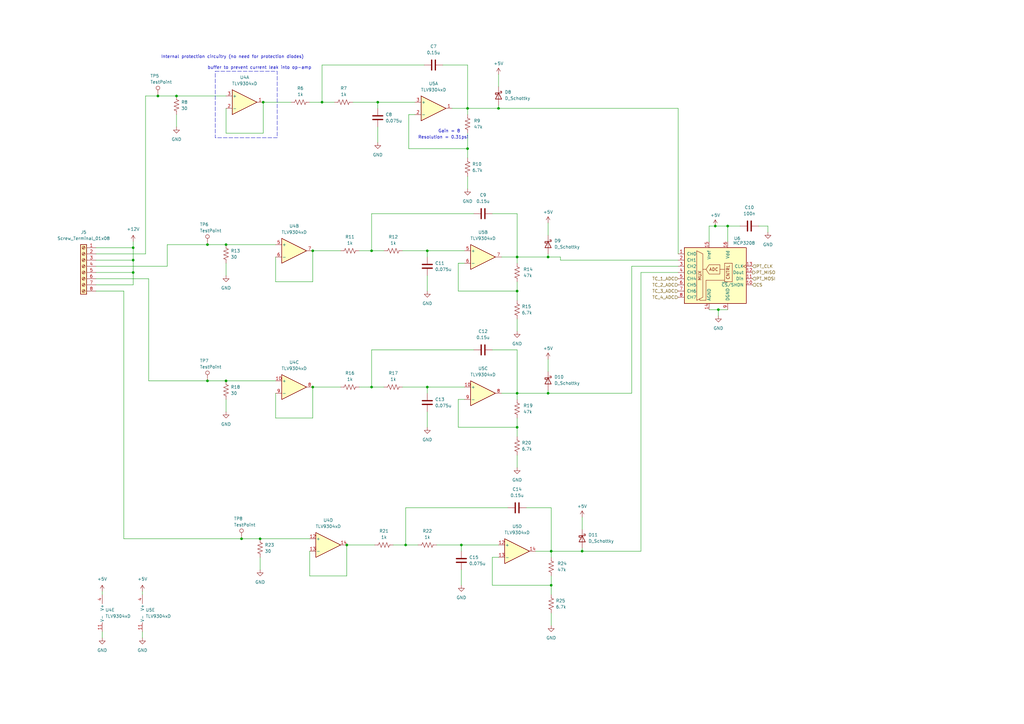
<source format=kicad_sch>
(kicad_sch (version 20231120) (generator "eeschema") (generator_version "8.0")
  (paper "A3")
  (lib_symbols
    (symbol "Amplifier_Operational:TLV9304xD" (pin_names (offset 0.127))
      (property "Reference" "U" (at 0 5.08 0))
      (property "Value" "TLV9304xD" (at 0 -5.08 0))
      (symbol "TLV9304xD_1_1"
        (polyline (pts (xy -5.08 5.08) (xy 5.08 0) (xy -5.08 -5.08) (xy -5.08 5.08)) (stroke (width 0.254)) (fill (type background)))
        (pin output line (at 7.62 0 180) (length 2.54) (name "~") (number "1"))
        (pin input line (at -7.62 -2.54 0) (length 2.54) (name "-") (number "2"))
        (pin input line (at -7.62 2.54 0) (length 2.54) (name "+") (number "3"))
      )
      (symbol "TLV9304xD_2_1"
        (polyline (pts (xy -5.08 5.08) (xy 5.08 0) (xy -5.08 -5.08) (xy -5.08 5.08)) (stroke (width 0.254)) (fill (type background)))
        (pin input line (at -7.62 2.54 0) (length 2.54) (name "+") (number "5"))
        (pin input line (at -7.62 -2.54 0) (length 2.54) (name "-") (number "6"))
        (pin output line (at 7.62 0 180) (length 2.54) (name "~") (number "7"))
      )
      (symbol "TLV9304xD_3_1"
        (polyline (pts (xy -5.08 5.08) (xy 5.08 0) (xy -5.08 -5.08) (xy -5.08 5.08)) (stroke (width 0.254)) (fill (type background)))
        (pin input line (at -7.62 2.54 0) (length 2.54) (name "+") (number "10"))
        (pin output line (at 7.62 0 180) (length 2.54) (name "~") (number "8"))
        (pin input line (at -7.62 -2.54 0) (length 2.54) (name "-") (number "9"))
      )
      (symbol "TLV9304xD_4_1"
        (polyline (pts (xy -5.08 5.08) (xy 5.08 0) (xy -5.08 -5.08) (xy -5.08 5.08)) (stroke (width 0.254)) (fill (type background)))
        (pin input line (at -7.62 2.54 0) (length 2.54) (name "+") (number "12"))
        (pin input line (at -7.62 -2.54 0) (length 2.54) (name "-") (number "13"))
        (pin output line (at 7.62 0 180) (length 2.54) (name "~") (number "14"))
      )
      (symbol "TLV9304xD_5_1"
        (pin power_in line (at -2.54 -7.62 90) (length 3.81) (name "V-") (number "11"))
        (pin power_in line (at -2.54 7.62 270) (length 3.81) (name "V+") (number "4"))
      )
    )
    (symbol "Analog_ADC:MCP3208" (pin_names (offset 1.016))
      (property "Reference" "U" (at -5.08 13.335 0))
      (property "Value" "MCP3208" (at -5.08 11.43 0))
      (symbol "MCP3208_0_0"
        (text "ADC" (at -0.635 1.27 0) (effects (font (size 1.27 1.27))))
        (text "CNTRL" (at 5.969 -2.921 900) (effects (font (size 1.27 1.27)) (justify left bottom)))
        (text "MUX" (at -6.35 -1.27 900) (effects (font (size 1.27 1.27))))
      )
      (symbol "MCP3208_0_1"
        (polyline (pts (xy -3.81 1.27) (xy -5.08 1.27)))
        (polyline (pts (xy 1.905 1.27) (xy 3.81 1.27)))
        (polyline (pts (xy -7.62 8.89) (xy -7.62 -11.43) (xy -5.08 -10.16) (xy -5.08 7.62) (xy -7.62 8.89)))
        (polyline (pts (xy 3.81 -3.175) (xy -3.81 -3.175) (xy -3.81 -11.43) (xy -6.35 -11.43) (xy -6.35 -10.795)))
        (polyline (pts (xy 1.905 3.175) (xy 1.905 -0.635) (xy -2.54 -0.635) (xy -3.81 1.27) (xy -2.54 3.175) (xy 1.905 3.175)))
        (rectangle (start 3.81 -3.81) (end 6.985 3.81))
        (rectangle (start 12.7 -12.7) (end -12.7 10.16) (stroke (width 0.254)) (fill (type background)))
      )
      (symbol "MCP3208_1_1"
        (pin input line (at -15.24 7.62 0) (length 2.54) (name "CH0") (number "1"))
        (pin input line (at 15.24 -5.08 180) (length 2.54) (name "~{CS}/SHDN") (number "10"))
        (pin input line (at 15.24 -2.54 180) (length 2.54) (name "Din") (number "11"))
        (pin output line (at 15.24 0 180) (length 2.54) (name "Dout") (number "12"))
        (pin input clock (at 15.24 2.54 180) (length 2.54) (name "CLK") (number "13"))
        (pin power_in line (at -2.54 -15.24 90) (length 2.54) (name "AGND") (number "14"))
        (pin power_in line (at -2.54 12.7 270) (length 2.54) (name "Vref") (number "15"))
        (pin power_in line (at 5.08 12.7 270) (length 2.54) (name "Vdd") (number "16"))
        (pin input line (at -15.24 5.08 0) (length 2.54) (name "CH1") (number "2"))
        (pin input line (at -15.24 2.54 0) (length 2.54) (name "CH2") (number "3"))
        (pin input line (at -15.24 0 0) (length 2.54) (name "CH3") (number "4"))
        (pin input line (at -15.24 -2.54 0) (length 2.54) (name "CH4") (number "5"))
        (pin input line (at -15.24 -5.08 0) (length 2.54) (name "CH5") (number "6"))
        (pin input line (at -15.24 -7.62 0) (length 2.54) (name "CH6") (number "7"))
        (pin input line (at -15.24 -10.16 0) (length 2.54) (name "CH7") (number "8"))
        (pin power_in line (at 5.08 -15.24 90) (length 2.54) (name "DGND") (number "9"))
      )
    )
    (symbol "Connector:Screw_Terminal_01x08" (pin_names (offset 1.016) hide)
      (property "Reference" "J" (at 0 10.16 0))
      (property "Value" "Screw_Terminal_01x08" (at 0 -12.7 0))
      (symbol "Screw_Terminal_01x08_1_1"
        (rectangle (start -1.27 8.89) (end 1.27 -11.43) (stroke (width 0.254)) (fill (type background)))
        (circle (center 0 -10.16) (radius 0.635) (stroke (width 0.1524)))
        (circle (center 0 -7.62) (radius 0.635) (stroke (width 0.1524)))
        (circle (center 0 -5.08) (radius 0.635) (stroke (width 0.1524)))
        (circle (center 0 -2.54) (radius 0.635) (stroke (width 0.1524)))
        (polyline (pts (xy -0.5334 -9.8298) (xy 0.3302 -10.668)) (stroke (width 0.1524)))
        (polyline (pts (xy -0.5334 -7.2898) (xy 0.3302 -8.128)) (stroke (width 0.1524)))
        (polyline (pts (xy -0.5334 -4.7498) (xy 0.3302 -5.588)) (stroke (width 0.1524)))
        (polyline (pts (xy -0.5334 -2.2098) (xy 0.3302 -3.048)) (stroke (width 0.1524)))
        (polyline (pts (xy -0.5334 0.3302) (xy 0.3302 -0.508)) (stroke (width 0.1524)))
        (polyline (pts (xy -0.5334 2.8702) (xy 0.3302 2.032)) (stroke (width 0.1524)))
        (polyline (pts (xy -0.5334 5.4102) (xy 0.3302 4.572)) (stroke (width 0.1524)))
        (polyline (pts (xy -0.5334 7.9502) (xy 0.3302 7.112)) (stroke (width 0.1524)))
        (polyline (pts (xy -0.3556 -9.652) (xy 0.508 -10.4902)) (stroke (width 0.1524)))
        (polyline (pts (xy -0.3556 -7.112) (xy 0.508 -7.9502)) (stroke (width 0.1524)))
        (polyline (pts (xy -0.3556 -4.572) (xy 0.508 -5.4102)) (stroke (width 0.1524)))
        (polyline (pts (xy -0.3556 -2.032) (xy 0.508 -2.8702)) (stroke (width 0.1524)))
        (polyline (pts (xy -0.3556 0.508) (xy 0.508 -0.3302)) (stroke (width 0.1524)))
        (polyline (pts (xy -0.3556 3.048) (xy 0.508 2.2098)) (stroke (width 0.1524)))
        (polyline (pts (xy -0.3556 5.588) (xy 0.508 4.7498)) (stroke (width 0.1524)))
        (polyline (pts (xy -0.3556 8.128) (xy 0.508 7.2898)) (stroke (width 0.1524)))
        (circle (center 0 0) (radius 0.635) (stroke (width 0.1524)))
        (circle (center 0 2.54) (radius 0.635) (stroke (width 0.1524)))
        (circle (center 0 5.08) (radius 0.635) (stroke (width 0.1524)))
        (circle (center 0 7.62) (radius 0.635) (stroke (width 0.1524)))
        (pin passive line (at -5.08 7.62 0) (length 3.81) (name "Pin_1") (number "1"))
        (pin passive line (at -5.08 5.08 0) (length 3.81) (name "Pin_2") (number "2"))
        (pin passive line (at -5.08 2.54 0) (length 3.81) (name "Pin_3") (number "3"))
        (pin passive line (at -5.08 0 0) (length 3.81) (name "Pin_4") (number "4"))
        (pin passive line (at -5.08 -2.54 0) (length 3.81) (name "Pin_5") (number "5"))
        (pin passive line (at -5.08 -5.08 0) (length 3.81) (name "Pin_6") (number "6"))
        (pin passive line (at -5.08 -7.62 0) (length 3.81) (name "Pin_7") (number "7"))
        (pin passive line (at -5.08 -10.16 0) (length 3.81) (name "Pin_8") (number "8"))
      )
    )
    (symbol "Connector:TestPoint" (pin_numbers hide) (pin_names (offset 0.762) hide)
      (property "Reference" "TP" (at 0 6.858 0))
      (property "Value" "TestPoint" (at 0 5.08 0))
      (symbol "TestPoint_0_1"
        (circle (center 0 3.302) (radius 0.762))
      )
      (symbol "TestPoint_1_1"
        (pin passive line (at 0 0 90) (length 2.54) (name "1") (number "1"))
      )
    )
    (symbol "Device:C" (pin_numbers hide) (pin_names (offset 0.254))
      (property "Reference" "C" (at 0.635 2.54 0))
      (property "Value" "C" (at 0.635 -2.54 0))
      (symbol "C_0_1"
        (polyline (pts (xy -2.032 -0.762) (xy 2.032 -0.762)) (stroke (width 0.508)))
        (polyline (pts (xy -2.032 0.762) (xy 2.032 0.762)) (stroke (width 0.508)))
      )
      (symbol "C_1_1"
        (pin passive line (at 0 3.81 270) (length 2.794) (name "~") (number "1"))
        (pin passive line (at 0 -3.81 90) (length 2.794) (name "~") (number "2"))
      )
    )
    (symbol "Device:D_Schottky" (pin_numbers hide) (pin_names (offset 1.016) hide)
      (property "Reference" "D" (at 0 2.54 0))
      (property "Value" "D_Schottky" (at 0 -2.54 0))
      (symbol "D_Schottky_0_1"
        (polyline (pts (xy 1.27 0) (xy -1.27 0)))
        (polyline (pts (xy 1.27 1.27) (xy 1.27 -1.27) (xy -1.27 0) (xy 1.27 1.27)) (stroke (width 0.254)))
        (polyline (pts (xy -1.905 0.635) (xy -1.905 1.27) (xy -1.27 1.27) (xy -1.27 -1.27) (xy -0.635 -1.27) (xy -0.635 -0.635)) (stroke (width 0.254)))
      )
      (symbol "D_Schottky_1_1"
        (pin passive line (at -3.81 0 0) (length 2.54) (name "K") (number "1"))
        (pin passive line (at 3.81 0 180) (length 2.54) (name "A") (number "2"))
      )
    )
    (symbol "Device:R_US" (pin_numbers hide) (pin_names (offset 0))
      (property "Reference" "R" (at 2.54 0 90))
      (property "Value" "R_US" (at -2.54 0 90))
      (symbol "R_US_0_1"
        (polyline (pts (xy 0 -2.286) (xy 0 -2.54)))
        (polyline (pts (xy 0 2.286) (xy 0 2.54)))
        (polyline (pts (xy 0 -0.762) (xy 1.016 -1.143) (xy 0 -1.524) (xy -1.016 -1.905) (xy 0 -2.286)))
        (polyline (pts (xy 0 0.762) (xy 1.016 0.381) (xy 0 0) (xy -1.016 -0.381) (xy 0 -0.762)))
        (polyline (pts (xy 0 2.286) (xy 1.016 1.905) (xy 0 1.524) (xy -1.016 1.143) (xy 0 0.762)))
      )
      (symbol "R_US_1_1"
        (pin passive line (at 0 3.81 270) (length 1.27) (name "~") (number "1"))
        (pin passive line (at 0 -3.81 90) (length 1.27) (name "~") (number "2"))
      )
    )
    (symbol "power:+12V" (power) (pin_names (offset 0))
      (property "Value" "+12V" (at 0 3.556 0))
      (symbol "+12V_0_1"
        (polyline (pts (xy -0.762 1.27) (xy 0 2.54)))
        (polyline (pts (xy 0 0) (xy 0 2.54)))
        (polyline (pts (xy 0 2.54) (xy 0.762 1.27)))
      )
      (symbol "+12V_1_1"
        (pin power_in line (at 0 0 90) (length 0) hide (name "+12V") (number "1"))
      )
    )
    (symbol "power:+5V" (power) (pin_names (offset 0))
      (property "Value" "+5V" (at 0 3.556 0))
      (symbol "+5V_0_1"
        (polyline (pts (xy -0.762 1.27) (xy 0 2.54)))
        (polyline (pts (xy 0 0) (xy 0 2.54)))
        (polyline (pts (xy 0 2.54) (xy 0.762 1.27)))
      )
      (symbol "+5V_1_1"
        (pin power_in line (at 0 0 90) (length 0) hide (name "+5V") (number "1"))
      )
    )
    (symbol "power:GND" (power) (pin_names (offset 0))
      (property "Value" "GND" (at 0 -3.81 0))
      (symbol "GND_0_1"
        (polyline (pts (xy 0 0) (xy 0 -1.27) (xy 1.27 -1.27) (xy 0 -2.54) (xy -1.27 -1.27) (xy 0 -1.27)))
      )
      (symbol "GND_1_1"
        (pin power_in line (at 0 0 270) (length 0) hide (name "GND") (number "1"))
      )
    )
  )
  (junction (at 92.71 100.33))
  (junction (at 107.95 41.91))
  (junction (at 54.61 106.68))
  (junction (at 224.79 105.41))
  (junction (at 128.27 158.75))
  (junction (at 238.76 226.06))
  (junction (at 175.26 102.87))
  (junction (at 106.68 220.98))
  (junction (at 72.39 39.37))
  (junction (at 175.26 158.75))
  (junction (at 212.09 175.26))
  (junction (at 298.45 92.71))
  (junction (at 64.77 39.37))
  (junction (at 226.06 226.06))
  (junction (at 166.37 223.52))
  (junction (at 54.61 101.6))
  (junction (at 154.94 41.91))
  (junction (at 99.06 220.98))
  (junction (at 54.61 111.76))
  (junction (at 294.64 127))
  (junction (at 204.47 44.45))
  (junction (at 212.09 105.41))
  (junction (at 191.77 44.45))
  (junction (at 92.71 156.21))
  (junction (at 293.37 92.71))
  (junction (at 189.23 223.52))
  (junction (at 85.09 156.21))
  (junction (at 212.09 161.29))
  (junction (at 212.09 119.38))
  (junction (at 128.27 102.87))
  (junction (at 224.79 161.29))
  (junction (at 132.08 41.91))
  (junction (at 226.06 240.03))
  (junction (at 152.4 158.75))
  (junction (at 191.77 60.96))
  (junction (at 142.24 223.52))
  (junction (at 152.4 102.87))
  (junction (at 85.09 100.33))
  (wire (pts (xy 85.09 100.33) (xy 92.71 100.33)))
  (wire (pts (xy 39.37 119.38) (xy 50.8 119.38)))
  (wire (pts (xy 191.77 26.67) (xy 191.77 44.45)))
  (wire (pts (xy 229.87 106.68) (xy 229.87 105.41)))
  (wire (pts (xy 132.08 41.91) (xy 137.16 41.91)))
  (wire (pts (xy 166.37 223.52) (xy 171.45 223.52)))
  (wire (pts (xy 204.47 44.45) (xy 278.13 44.45)))
  (wire (pts (xy 191.77 44.45) (xy 204.47 44.45)))
  (wire (pts (xy 113.03 161.29) (xy 113.03 171.45)))
  (wire (pts (xy 175.26 113.03) (xy 175.26 119.38)))
  (wire (pts (xy 60.96 114.3) (xy 60.96 156.21)))
  (wire (pts (xy 212.09 143.51) (xy 212.09 161.29)))
  (wire (pts (xy 152.4 158.75) (xy 157.48 158.75)))
  (wire (pts (xy 107.95 41.91) (xy 119.38 41.91)))
  (wire (pts (xy 113.03 105.41) (xy 113.03 115.57)))
  (wire (pts (xy 152.4 87.63) (xy 152.4 102.87)))
  (wire (pts (xy 179.07 223.52) (xy 189.23 223.52)))
  (wire (pts (xy 259.08 161.29) (xy 259.08 109.22)))
  (wire (pts (xy 212.09 171.45) (xy 212.09 175.26)))
  (wire (pts (xy 175.26 158.75) (xy 190.5 158.75)))
  (wire (pts (xy 314.96 95.25) (xy 314.96 92.71)))
  (wire (pts (xy 92.71 39.37) (xy 72.39 39.37)))
  (wire (pts (xy 39.37 111.76) (xy 54.61 111.76)))
  (wire (pts (xy 154.94 41.91) (xy 170.18 41.91)))
  (wire (pts (xy 181.61 26.67) (xy 191.77 26.67)))
  (wire (pts (xy 175.26 158.75) (xy 175.26 161.29)))
  (wire (pts (xy 194.31 143.51) (xy 152.4 143.51)))
  (wire (pts (xy 189.23 233.68) (xy 189.23 240.03)))
  (wire (pts (xy 212.09 186.69) (xy 212.09 191.77)))
  (wire (pts (xy 166.37 208.28) (xy 166.37 223.52)))
  (wire (pts (xy 224.79 147.32) (xy 224.79 152.4)))
  (wire (pts (xy 58.42 259.08) (xy 58.42 261.62)))
  (wire (pts (xy 50.8 119.38) (xy 50.8 220.98)))
  (wire (pts (xy 113.03 171.45) (xy 128.27 171.45)))
  (wire (pts (xy 314.96 92.71) (xy 311.15 92.71)))
  (wire (pts (xy 127 220.98) (xy 106.68 220.98)))
  (wire (pts (xy 167.64 46.99) (xy 170.18 46.99)))
  (wire (pts (xy 238.76 212.09) (xy 238.76 217.17)))
  (wire (pts (xy 212.09 87.63) (xy 212.09 105.41)))
  (wire (pts (xy 212.09 105.41) (xy 224.79 105.41)))
  (wire (pts (xy 127 41.91) (xy 132.08 41.91)))
  (wire (pts (xy 215.9 208.28) (xy 226.06 208.28)))
  (wire (pts (xy 41.91 259.08) (xy 41.91 261.62)))
  (wire (pts (xy 262.89 226.06) (xy 262.89 111.76)))
  (wire (pts (xy 54.61 101.6) (xy 54.61 106.68)))
  (wire (pts (xy 128.27 171.45) (xy 128.27 158.75)))
  (wire (pts (xy 278.13 44.45) (xy 278.13 104.14)))
  (wire (pts (xy 154.94 41.91) (xy 154.94 44.45)))
  (wire (pts (xy 54.61 111.76) (xy 54.61 116.84)))
  (wire (pts (xy 161.29 223.52) (xy 166.37 223.52)))
  (wire (pts (xy 201.93 143.51) (xy 212.09 143.51)))
  (wire (pts (xy 224.79 91.44) (xy 224.79 96.52)))
  (wire (pts (xy 226.06 240.03) (xy 201.93 240.03)))
  (wire (pts (xy 201.93 240.03) (xy 201.93 228.6)))
  (wire (pts (xy 127 236.22) (xy 142.24 236.22)))
  (wire (pts (xy 152.4 102.87) (xy 157.48 102.87)))
  (wire (pts (xy 290.83 127) (xy 294.64 127)))
  (wire (pts (xy 201.93 87.63) (xy 212.09 87.63)))
  (wire (pts (xy 238.76 226.06) (xy 262.89 226.06)))
  (wire (pts (xy 259.08 109.22) (xy 278.13 109.22)))
  (wire (pts (xy 205.74 161.29) (xy 212.09 161.29)))
  (wire (pts (xy 113.03 156.21) (xy 92.71 156.21)))
  (wire (pts (xy 191.77 54.61) (xy 191.77 60.96)))
  (wire (pts (xy 54.61 116.84) (xy 39.37 116.84)))
  (wire (pts (xy 144.78 41.91) (xy 154.94 41.91)))
  (wire (pts (xy 224.79 161.29) (xy 224.79 160.02)))
  (wire (pts (xy 238.76 226.06) (xy 238.76 224.79)))
  (wire (pts (xy 127 226.06) (xy 127 236.22)))
  (wire (pts (xy 59.69 39.37) (xy 59.69 104.14)))
  (wire (pts (xy 219.71 226.06) (xy 226.06 226.06)))
  (wire (pts (xy 189.23 223.52) (xy 204.47 223.52)))
  (wire (pts (xy 191.77 72.39) (xy 191.77 77.47)))
  (wire (pts (xy 165.1 158.75) (xy 175.26 158.75)))
  (wire (pts (xy 132.08 26.67) (xy 132.08 41.91)))
  (wire (pts (xy 294.64 127) (xy 294.64 129.54)))
  (wire (pts (xy 226.06 236.22) (xy 226.06 240.03)))
  (wire (pts (xy 54.61 99.06) (xy 54.61 101.6)))
  (wire (pts (xy 175.26 102.87) (xy 175.26 105.41)))
  (wire (pts (xy 212.09 175.26) (xy 212.09 179.07)))
  (wire (pts (xy 187.96 119.38) (xy 187.96 107.95)))
  (wire (pts (xy 128.27 102.87) (xy 139.7 102.87)))
  (wire (pts (xy 191.77 44.45) (xy 191.77 46.99)))
  (wire (pts (xy 226.06 226.06) (xy 226.06 228.6)))
  (wire (pts (xy 294.64 127) (xy 298.45 127)))
  (wire (pts (xy 147.32 158.75) (xy 152.4 158.75)))
  (wire (pts (xy 187.96 175.26) (xy 187.96 163.83)))
  (wire (pts (xy 191.77 60.96) (xy 191.77 64.77)))
  (wire (pts (xy 201.93 228.6) (xy 204.47 228.6)))
  (wire (pts (xy 212.09 105.41) (xy 212.09 107.95)))
  (wire (pts (xy 212.09 119.38) (xy 212.09 123.19)))
  (wire (pts (xy 212.09 161.29) (xy 212.09 163.83)))
  (wire (pts (xy 226.06 226.06) (xy 238.76 226.06)))
  (wire (pts (xy 64.77 39.37) (xy 72.39 39.37)))
  (wire (pts (xy 204.47 44.45) (xy 204.47 43.18)))
  (wire (pts (xy 173.99 26.67) (xy 132.08 26.67)))
  (wire (pts (xy 39.37 101.6) (xy 54.61 101.6)))
  (wire (pts (xy 50.8 220.98) (xy 99.06 220.98)))
  (wire (pts (xy 154.94 52.07) (xy 154.94 58.42)))
  (wire (pts (xy 92.71 44.45) (xy 92.71 54.61)))
  (wire (pts (xy 189.23 223.52) (xy 189.23 226.06)))
  (wire (pts (xy 298.45 99.06) (xy 298.45 92.71)))
  (wire (pts (xy 175.26 168.91) (xy 175.26 175.26)))
  (wire (pts (xy 58.42 242.57) (xy 58.42 243.84)))
  (wire (pts (xy 92.71 107.95) (xy 92.71 113.03)))
  (wire (pts (xy 187.96 163.83) (xy 190.5 163.83)))
  (wire (pts (xy 185.42 44.45) (xy 191.77 44.45)))
  (wire (pts (xy 68.58 109.22) (xy 39.37 109.22)))
  (wire (pts (xy 68.58 100.33) (xy 68.58 109.22)))
  (wire (pts (xy 262.89 111.76) (xy 278.13 111.76)))
  (wire (pts (xy 59.69 39.37) (xy 64.77 39.37)))
  (wire (pts (xy 165.1 102.87) (xy 175.26 102.87)))
  (wire (pts (xy 212.09 119.38) (xy 187.96 119.38)))
  (wire (pts (xy 128.27 158.75) (xy 139.7 158.75)))
  (wire (pts (xy 92.71 163.83) (xy 92.71 168.91)))
  (wire (pts (xy 229.87 105.41) (xy 224.79 105.41)))
  (wire (pts (xy 224.79 161.29) (xy 259.08 161.29)))
  (wire (pts (xy 60.96 156.21) (xy 85.09 156.21)))
  (wire (pts (xy 92.71 54.61) (xy 107.95 54.61)))
  (wire (pts (xy 142.24 223.52) (xy 153.67 223.52)))
  (wire (pts (xy 224.79 105.41) (xy 224.79 104.14)))
  (wire (pts (xy 290.83 99.06) (xy 290.83 92.71)))
  (wire (pts (xy 128.27 115.57) (xy 128.27 102.87)))
  (wire (pts (xy 106.68 228.6) (xy 106.68 233.68)))
  (wire (pts (xy 290.83 92.71) (xy 293.37 92.71)))
  (wire (pts (xy 113.03 100.33) (xy 92.71 100.33)))
  (wire (pts (xy 226.06 240.03) (xy 226.06 243.84)))
  (wire (pts (xy 60.96 114.3) (xy 39.37 114.3)))
  (wire (pts (xy 205.74 105.41) (xy 212.09 105.41)))
  (wire (pts (xy 72.39 46.99) (xy 72.39 52.07)))
  (wire (pts (xy 208.28 208.28) (xy 166.37 208.28)))
  (wire (pts (xy 85.09 156.21) (xy 92.71 156.21)))
  (wire (pts (xy 175.26 102.87) (xy 190.5 102.87)))
  (wire (pts (xy 212.09 130.81) (xy 212.09 135.89)))
  (wire (pts (xy 152.4 143.51) (xy 152.4 158.75)))
  (wire (pts (xy 226.06 251.46) (xy 226.06 256.54)))
  (wire (pts (xy 191.77 60.96) (xy 167.64 60.96)))
  (wire (pts (xy 212.09 175.26) (xy 187.96 175.26)))
  (wire (pts (xy 204.47 30.48) (xy 204.47 35.56)))
  (wire (pts (xy 167.64 60.96) (xy 167.64 46.99)))
  (wire (pts (xy 187.96 107.95) (xy 190.5 107.95)))
  (wire (pts (xy 298.45 92.71) (xy 303.53 92.71)))
  (wire (pts (xy 142.24 236.22) (xy 142.24 223.52)))
  (wire (pts (xy 54.61 106.68) (xy 54.61 111.76)))
  (wire (pts (xy 212.09 161.29) (xy 224.79 161.29)))
  (wire (pts (xy 147.32 102.87) (xy 152.4 102.87)))
  (wire (pts (xy 212.09 115.57) (xy 212.09 119.38)))
  (wire (pts (xy 59.69 104.14) (xy 39.37 104.14)))
  (wire (pts (xy 229.87 106.68) (xy 278.13 106.68)))
  (wire (pts (xy 68.58 100.33) (xy 85.09 100.33)))
  (wire (pts (xy 107.95 54.61) (xy 107.95 41.91)))
  (wire (pts (xy 113.03 115.57) (xy 128.27 115.57)))
  (wire (pts (xy 194.31 87.63) (xy 152.4 87.63)))
  (wire (pts (xy 39.37 106.68) (xy 54.61 106.68)))
  (wire (pts (xy 41.91 242.57) (xy 41.91 243.84)))
  (wire (pts (xy 298.45 92.71) (xy 293.37 92.71)))
  (wire (pts (xy 226.06 208.28) (xy 226.06 226.06)))
  (wire (pts (xy 99.06 220.98) (xy 106.68 220.98)))
  (rectangle (start 88.265 29.21) (end 113.665 56.515) (stroke (width 0) (type dash)))
  (text "Internal protection circuitry (no need for protection diodes)" (at 66.04 24.13 0) (effects (font (size 1.27 1.27)) (justify left bottom)))
  (text "Gain = 8" (at 179.705 54.61 0) (effects (font (size 1.27 1.27)) (justify left bottom)))
  (text "buffer to prevent current leak into op-amp" (at 85.09 28.575 0) (effects (font (size 1.27 1.27)) (justify left bottom)))
  (text "Rail-to-rail op-amp\nSlew rate: 3V/us(0.5V/us for LM324)" (at 159.385 -16.51 0) (effects (font (size 1.27 1.27)) (justify left bottom)))
  (text "Resolution = 0.31psi" (at 171.45 57.15 0) (effects (font (size 1.27 1.27)) (justify left bottom)))
  (hierarchical_label "PT_CLK" (shape input) (at 308.61 109.22 0))
  (hierarchical_label "PT_MOSI" (shape input) (at 308.61 114.3 0))
  (hierarchical_label "PT_MISO" (shape output) (at 308.61 111.76 0))
  (hierarchical_label "TC_4_ADC" (shape input) (at 278.13 121.92 180))
  (hierarchical_label "TC_1_ADC" (shape input) (at 278.13 114.3 180))
  (hierarchical_label "TC_3_ADC" (shape input) (at 278.13 119.38 180))
  (hierarchical_label "CS" (shape input) (at 308.61 116.84 0))
  (hierarchical_label "TC_2_ADC" (shape input) (at 278.13 116.84 180))
  (symbol (lib_id "Device:R_US") (at 72.39 43.18 0) (unit 1)
    (property "Reference" "R8" (at 74.295 41.91 0) (effects (justify left)))
    (property "Value" "30" (at 74.295 44.45 0) (effects (justify left)))
  )
  (symbol (lib_id "power:GND") (at 72.39 52.07 0) (unit 1)
    (property "Reference" "#PWR024" (effects (hide yes)))
    (property "Value" "GND" (at 72.39 57.15 0))
  )
  (symbol (lib_id "Device:C") (at 175.26 109.22 0) (unit 1)
    (property "Reference" "C11" (at 178.435 107.95 0) (effects (justify left)))
    (property "Value" "0.075u" (at 178.435 110.49 0) (effects (justify left)))
    (property "Footprint" "Capacitor_SMD:C_1206_3216Metric" (effects (hide yes)))
  )
  (symbol (lib_id "Device:C") (at 198.12 87.63 270) (unit 1)
    (property "Reference" "C9" (at 198.12 80.01 90))
    (property "Value" "0.15u" (at 198.12 82.55 90))
    (property "Footprint" "Capacitor_SMD:C_1206_3216Metric" (effects (hide yes)))
  )
  (symbol (lib_id "Device:C") (at 154.94 48.26 0) (unit 1)
    (property "Reference" "C8" (at 158.115 46.99 0) (effects (justify left)))
    (property "Value" "0.075u" (at 158.115 49.53 0) (effects (justify left)))
    (property "Footprint" "Capacitor_SMD:C_1206_3216Metric" (effects (hide yes)))
  )
  (symbol (lib_id "Amplifier_Operational:TLV9304xD") (at 212.09 226.06 0) (unit 4)
    (property "Reference" "U5" (at 212.09 215.9 0))
    (property "Value" "TLV9304xD" (at 212.09 218.44 0))
    (property "Footprint" "Package_SO:SO-14_3.9x8.65mm_P1.27mm" (effects (hide yes)))
    (property "Datasheet" "https://www.ti.com/lit/ds/symlink/tlv9304.pdf" (effects (hide yes)))
  )
  (symbol (lib_id "power:+5V") (at 224.79 91.44 0) (unit 1)
    (property "Reference" "#PWR027" (effects (hide yes)))
    (property "Value" "+5V" (at 224.79 86.995 0))
  )
  (symbol (lib_id "Device:R_US") (at 106.68 224.79 0) (unit 1)
    (property "Reference" "R23" (at 108.585 223.52 0) (effects (justify left)))
    (property "Value" "30" (at 108.585 226.06 0) (effects (justify left)))
  )
  (symbol (lib_id "Analog_ADC:MCP3208") (at 293.37 111.76 0) (unit 1)
    (property "Reference" "U6" (at 300.99 97.79 0) (effects (justify left)))
    (property "Value" "MCP3208" (at 300.6441 99.695 0) (effects (justify left)))
    (property "Datasheet" "http://ww1.microchip.com/downloads/en/DeviceDoc/21298c.pdf" (effects (hide yes)))
  )
  (symbol (lib_id "Amplifier_Operational:TLV9304xD") (at 60.96 251.46 0) (unit 5)
    (property "Reference" "U5" (at 59.69 250.19 0) (effects (justify left)))
    (property "Value" "TLV9304xD" (at 59.69 252.73 0) (effects (justify left)))
    (property "Footprint" "Package_SO:SO-14_3.9x8.65mm_P1.27mm" (effects (hide yes)))
    (property "Datasheet" "https://www.ti.com/lit/ds/symlink/tlv9304.pdf" (effects (hide yes)))
  )
  (symbol (lib_id "Device:R_US") (at 161.29 158.75 90) (unit 1)
    (property "Reference" "R17" (at 161.29 153.035 90))
    (property "Value" "1k" (at 161.29 155.575 90))
  )
  (symbol (lib_id "Device:C") (at 307.34 92.71 90) (unit 1)
    (property "Reference" "C10" (at 307.34 85.09 90))
    (property "Value" "100n" (at 307.34 87.63 90))
    (property "Footprint" "Capacitor_SMD:C_1206_3216Metric" (effects (hide yes)))
  )
  (symbol (lib_id "Connector:TestPoint") (at 85.09 156.21 0) (unit 1)
    (property "Reference" "TP7" (at 81.915 147.955 0) (effects (justify left)))
    (property "Value" "TestPoint" (at 81.915 150.495 0) (effects (justify left)))
  )
  (symbol (lib_id "power:+12V") (at 54.61 99.06 0) (unit 1)
    (property "Reference" "#PWR030" (effects (hide yes)))
    (property "Value" "+12V" (at 54.61 93.98 0))
  )
  (symbol (lib_id "power:GND") (at 226.06 256.54 0) (unit 1)
    (property "Reference" "#PWR044" (effects (hide yes)))
    (property "Value" "GND" (at 226.06 261.62 0))
  )
  (symbol (lib_id "Device:R_US") (at 212.09 167.64 180) (unit 1)
    (property "Reference" "R19" (at 214.63 166.37 0) (effects (justify right)))
    (property "Value" "47k" (at 214.63 168.91 0) (effects (justify right)))
  )
  (symbol (lib_id "Device:D_Schottky") (at 204.47 39.37 270) (unit 1)
    (property "Reference" "D8" (at 207.01 37.7825 90) (effects (justify left)))
    (property "Value" "D_Schottky" (at 207.01 40.3225 90) (effects (justify left)))
    (property "Footprint" "Diode_SMD:D_SMA" (effects (hide yes)))
  )
  (symbol (lib_id "Device:D_Schottky") (at 224.79 100.33 270) (unit 1)
    (property "Reference" "D9" (at 227.33 98.7425 90) (effects (justify left)))
    (property "Value" "D_Schottky" (at 227.33 101.2825 90) (effects (justify left)))
    (property "Footprint" "Diode_SMD:D_SMA" (effects (hide yes)))
  )
  (symbol (lib_id "Device:R_US") (at 175.26 223.52 90) (unit 1)
    (property "Reference" "R22" (at 175.26 217.805 90))
    (property "Value" "1k" (at 175.26 220.345 90))
  )
  (symbol (lib_id "Device:C") (at 212.09 208.28 270) (unit 1)
    (property "Reference" "C14" (at 212.09 200.66 90))
    (property "Value" "0.15u" (at 212.09 203.2 90))
    (property "Footprint" "Capacitor_SMD:C_1206_3216Metric" (effects (hide yes)))
  )
  (symbol (lib_id "Connector:TestPoint") (at 99.06 220.98 0) (unit 1)
    (property "Reference" "TP8" (at 95.885 212.725 0) (effects (justify left)))
    (property "Value" "TestPoint" (at 95.885 215.265 0) (effects (justify left)))
  )
  (symbol (lib_id "power:+5V") (at 238.76 212.09 0) (unit 1)
    (property "Reference" "#PWR039" (effects (hide yes)))
    (property "Value" "+5V" (at 238.76 207.645 0))
  )
  (symbol (lib_id "power:GND") (at 175.26 119.38 0) (unit 1)
    (property "Reference" "#PWR032" (effects (hide yes)))
    (property "Value" "GND" (at 175.26 124.46 0))
  )
  (symbol (lib_id "power:+5V") (at 224.79 147.32 0) (unit 1)
    (property "Reference" "#PWR035" (effects (hide yes)))
    (property "Value" "+5V" (at 224.79 142.875 0))
  )
  (symbol (lib_id "Device:C") (at 177.8 26.67 270) (unit 1)
    (property "Reference" "C7" (at 177.8 19.05 90))
    (property "Value" "0.15u" (at 177.8 21.59 90))
    (property "Footprint" "Capacitor_SMD:C_1206_3216Metric" (effects (hide yes)))
  )
  (symbol (lib_id "power:GND") (at 92.71 113.03 0) (unit 1)
    (property "Reference" "#PWR031" (effects (hide yes)))
    (property "Value" "GND" (at 92.71 118.11 0))
  )
  (symbol (lib_id "Device:R_US") (at 157.48 223.52 90) (unit 1)
    (property "Reference" "R21" (at 157.48 217.805 90))
    (property "Value" "1k" (at 157.48 220.345 90))
  )
  (symbol (lib_id "Device:R_US") (at 212.09 127 180) (unit 1)
    (property "Reference" "R15" (at 213.995 125.73 0) (effects (justify right)))
    (property "Value" "6.7k" (at 213.995 128.27 0) (effects (justify right)))
  )
  (symbol (lib_id "power:+5V") (at 58.42 242.57 0) (unit 1)
    (property "Reference" "#PWR043" (effects (hide yes)))
    (property "Value" "+5V" (at 58.42 237.49 0))
  )
  (symbol (lib_id "Amplifier_Operational:TLV9304xD") (at 198.12 161.29 0) (unit 3)
    (property "Reference" "U5" (at 198.12 151.13 0))
    (property "Value" "TLV9304xD" (at 198.12 153.67 0))
    (property "Footprint" "Package_SO:SO-14_3.9x8.65mm_P1.27mm" (effects (hide yes)))
    (property "Datasheet" "https://www.ti.com/lit/ds/symlink/tlv9304.pdf" (effects (hide yes)))
  )
  (symbol (lib_id "Device:D_Schottky") (at 238.76 220.98 270) (unit 1)
    (property "Reference" "D11" (at 241.3 219.3925 90) (effects (justify left)))
    (property "Value" "D_Schottky" (at 241.3 221.9325 90) (effects (justify left)))
    (property "Footprint" "Diode_SMD:D_SMA" (effects (hide yes)))
  )
  (symbol (lib_id "Device:R_US") (at 212.09 182.88 180) (unit 1)
    (property "Reference" "R20" (at 213.995 181.61 0) (effects (justify right)))
    (property "Value" "6.7k" (at 213.995 184.15 0) (effects (justify right)))
  )
  (symbol (lib_id "Amplifier_Operational:TLV9304xD") (at 120.65 158.75 0) (unit 3)
    (property "Reference" "U4" (at 120.65 148.59 0))
    (property "Value" "TLV9304xD" (at 120.65 151.13 0))
    (property "Footprint" "Package_SO:SO-14_3.9x8.65mm_P1.27mm" (effects (hide yes)))
    (property "Datasheet" "https://www.ti.com/lit/ds/symlink/tlv9304.pdf" (effects (hide yes)))
  )
  (symbol (lib_id "power:GND") (at 212.09 135.89 0) (unit 1)
    (property "Reference" "#PWR034" (effects (hide yes)))
    (property "Value" "GND" (at 212.09 140.97 0))
  )
  (symbol (lib_id "power:GND") (at 106.68 233.68 0) (unit 1)
    (property "Reference" "#PWR040" (effects (hide yes)))
    (property "Value" "GND" (at 106.68 238.76 0))
  )
  (symbol (lib_id "power:GND") (at 189.23 240.03 0) (unit 1)
    (property "Reference" "#PWR041" (effects (hide yes)))
    (property "Value" "GND" (at 189.23 245.11 0))
  )
  (symbol (lib_id "Device:D_Schottky") (at 224.79 156.21 270) (unit 1)
    (property "Reference" "D10" (at 227.33 154.6225 90) (effects (justify left)))
    (property "Value" "D_Schottky" (at 227.33 157.1625 90) (effects (justify left)))
    (property "Footprint" "Diode_SMD:D_SMA" (effects (hide yes)))
  )
  (symbol (lib_id "Connector:Screw_Terminal_01x08") (at 34.29 109.22 0) (mirror y) (unit 1)
    (property "Reference" "J5" (at 34.29 95.25 0))
    (property "Value" "Screw_Terminal_01x08" (at 34.29 97.79 0))
  )
  (symbol (lib_id "Device:C") (at 189.23 229.87 0) (unit 1)
    (property "Reference" "C15" (at 192.405 228.6 0) (effects (justify left)))
    (property "Value" "0.075u" (at 192.405 231.14 0) (effects (justify left)))
    (property "Footprint" "Capacitor_SMD:C_1206_3216Metric" (effects (hide yes)))
  )
  (symbol (lib_id "Device:R_US") (at 123.19 41.91 90) (unit 1)
    (property "Reference" "R6" (at 123.19 36.195 90))
    (property "Value" "1k" (at 123.19 38.735 90))
  )
  (symbol (lib_id "Amplifier_Operational:TLV9304xD") (at 177.8 44.45 0) (unit 1)
    (property "Reference" "U5" (at 177.8 34.29 0))
    (property "Value" "TLV9304xD" (at 177.8 36.83 0))
    (property "Footprint" "Package_SO:SO-14_3.9x8.65mm_P1.27mm" (effects (hide yes)))
    (property "Datasheet" "https://www.ti.com/lit/ds/symlink/tlv9304.pdf" (effects (hide yes)))
  )
  (symbol (lib_id "power:+5V") (at 204.47 30.48 0) (unit 1)
    (property "Reference" "#PWR023" (effects (hide yes)))
    (property "Value" "+5V" (at 204.47 26.035 0))
  )
  (symbol (lib_id "Device:C") (at 198.12 143.51 270) (unit 1)
    (property "Reference" "C12" (at 198.12 135.89 90))
    (property "Value" "0.15u" (at 198.12 138.43 90))
    (property "Footprint" "Capacitor_SMD:C_1206_3216Metric" (effects (hide yes)))
  )
  (symbol (lib_id "Device:R_US") (at 140.97 41.91 90) (unit 1)
    (property "Reference" "R7" (at 140.97 36.195 90))
    (property "Value" "1k" (at 140.97 38.735 90))
  )
  (symbol (lib_id "power:GND") (at 92.71 168.91 0) (unit 1)
    (property "Reference" "#PWR036" (effects (hide yes)))
    (property "Value" "GND" (at 92.71 173.99 0))
  )
  (symbol (lib_id "Amplifier_Operational:TLV9304xD") (at 44.45 251.46 0) (unit 5)
    (property "Reference" "U4" (at 43.18 250.19 0) (effects (justify left)))
    (property "Value" "TLV9304xD" (at 43.18 252.73 0) (effects (justify left)))
    (property "Footprint" "Package_SO:SO-14_3.9x8.65mm_P1.27mm" (effects (hide yes)))
    (property "Datasheet" "https://www.ti.com/lit/ds/symlink/tlv9304.pdf" (effects (hide yes)))
  )
  (symbol (lib_id "Device:R_US") (at 92.71 104.14 0) (unit 1)
    (property "Reference" "R13" (at 94.615 102.87 0) (effects (justify left)))
    (property "Value" "30" (at 94.615 105.41 0) (effects (justify left)))
  )
  (symbol (lib_id "Amplifier_Operational:TLV9304xD") (at 134.62 223.52 0) (unit 4)
    (property "Reference" "U4" (at 134.62 213.36 0))
    (property "Value" "TLV9304xD" (at 134.62 215.9 0))
    (property "Footprint" "Package_SO:SO-14_3.9x8.65mm_P1.27mm" (effects (hide yes)))
    (property "Datasheet" "https://www.ti.com/lit/ds/symlink/tlv9304.pdf" (effects (hide yes)))
  )
  (symbol (lib_id "power:GND") (at 58.42 261.62 0) (unit 1)
    (property "Reference" "#PWR046" (effects (hide yes)))
    (property "Value" "GND" (at 58.42 266.7 0))
  )
  (symbol (lib_id "Device:R_US") (at 226.06 232.41 180) (unit 1)
    (property "Reference" "R24" (at 228.6 231.14 0) (effects (justify right)))
    (property "Value" "47k" (at 228.6 233.68 0) (effects (justify right)))
  )
  (symbol (lib_id "Device:R_US") (at 191.77 50.8 180) (unit 1)
    (property "Reference" "R9" (at 194.31 49.53 0) (effects (justify right)))
    (property "Value" "47k" (at 194.31 52.07 0) (effects (justify right)))
  )
  (symbol (lib_id "power:GND") (at 212.09 191.77 0) (unit 1)
    (property "Reference" "#PWR038" (effects (hide yes)))
    (property "Value" "GND" (at 212.09 196.85 0))
  )
  (symbol (lib_id "power:+5V") (at 41.91 242.57 0) (unit 1)
    (property "Reference" "#PWR042" (effects (hide yes)))
    (property "Value" "+5V" (at 41.91 237.49 0))
  )
  (symbol (lib_id "Device:R_US") (at 161.29 102.87 90) (unit 1)
    (property "Reference" "R12" (at 161.29 97.155 90))
    (property "Value" "1k" (at 161.29 99.695 90))
  )
  (symbol (lib_id "power:+5V") (at 293.37 92.71 0) (unit 1)
    (property "Reference" "#PWR028" (effects (hide yes)))
    (property "Value" "+5V" (at 293.37 88.265 0))
  )
  (symbol (lib_id "power:GND") (at 191.77 77.47 0) (unit 1)
    (property "Reference" "#PWR026" (effects (hide yes)))
    (property "Value" "GND" (at 191.77 82.55 0))
  )
  (symbol (lib_id "power:GND") (at 294.64 129.54 0) (unit 1)
    (property "Reference" "#PWR033" (effects (hide yes)))
    (property "Value" "GND" (at 294.64 134.62 0))
  )
  (symbol (lib_id "Device:R_US") (at 226.06 247.65 180) (unit 1)
    (property "Reference" "R25" (at 227.965 246.38 0) (effects (justify right)))
    (property "Value" "6.7k" (at 227.965 248.92 0) (effects (justify right)))
  )
  (symbol (lib_id "Amplifier_Operational:TLV9304xD") (at 198.12 105.41 0) (unit 2)
    (property "Reference" "U5" (at 198.12 95.25 0))
    (property "Value" "TLV9304xD" (at 198.12 97.79 0))
    (property "Footprint" "Package_SO:SO-14_3.9x8.65mm_P1.27mm" (effects (hide yes)))
    (property "Datasheet" "https://www.ti.com/lit/ds/symlink/tlv9304.pdf" (effects (hide yes)))
  )
  (symbol (lib_id "Device:R_US") (at 143.51 158.75 90) (unit 1)
    (property "Reference" "R16" (at 143.51 153.035 90))
    (property "Value" "1k" (at 143.51 155.575 90))
  )
  (symbol (lib_id "power:GND") (at 314.96 95.25 0) (unit 1)
    (property "Reference" "#PWR029" (effects (hide yes)))
    (property "Value" "GND" (at 314.96 100.33 0))
  )
  (symbol (lib_id "Amplifier_Operational:TLV9304xD") (at 100.33 41.91 0) (unit 1)
    (property "Reference" "U4" (at 100.33 31.75 0))
    (property "Value" "TLV9304xD" (at 100.33 34.29 0))
    (property "Footprint" "Package_SO:SO-14_3.9x8.65mm_P1.27mm" (effects (hide yes)))
    (property "Datasheet" "https://www.ti.com/lit/ds/symlink/tlv9304.pdf" (effects (hide yes)))
  )
  (symbol (lib_id "Device:C") (at 175.26 165.1 0) (unit 1)
    (property "Reference" "C13" (at 178.435 163.83 0) (effects (justify left)))
    (property "Value" "0.075u" (at 178.435 166.37 0) (effects (justify left)))
    (property "Footprint" "Capacitor_SMD:C_1206_3216Metric" (effects (hide yes)))
  )
  (symbol (lib_id "power:GND") (at 154.94 58.42 0) (unit 1)
    (property "Reference" "#PWR025" (effects (hide yes)))
    (property "Value" "GND" (at 154.94 63.5 0))
  )
  (symbol (lib_id "power:GND") (at 175.26 175.26 0) (unit 1)
    (property "Reference" "#PWR037" (effects (hide yes)))
    (property "Value" "GND" (at 175.26 180.34 0))
  )
  (symbol (lib_id "power:GND") (at 41.91 261.62 0) (unit 1)
    (property "Reference" "#PWR045" (effects (hide yes)))
    (property "Value" "GND" (at 41.91 266.7 0))
  )
  (symbol (lib_id "Device:R_US") (at 212.09 111.76 180) (unit 1)
    (property "Reference" "R14" (at 214.63 110.49 0) (effects (justify right)))
    (property "Value" "47k" (at 214.63 113.03 0) (effects (justify right)))
  )
  (symbol (lib_id "Amplifier_Operational:TLV9304xD") (at 120.65 102.87 0) (unit 2)
    (property "Reference" "U4" (at 120.65 92.71 0))
    (property "Value" "TLV9304xD" (at 120.65 95.25 0))
    (property "Footprint" "Package_SO:SO-14_3.9x8.65mm_P1.27mm" (effects (hide yes)))
    (property "Datasheet" "https://www.ti.com/lit/ds/symlink/tlv9304.pdf" (effects (hide yes)))
  )
  (symbol (lib_id "Device:R_US") (at 92.71 160.02 0) (unit 1)
    (property "Reference" "R18" (at 94.615 158.75 0) (effects (justify left)))
    (property "Value" "30" (at 94.615 161.29 0) (effects (justify left)))
  )
  (symbol (lib_id "Device:R_US") (at 143.51 102.87 90) (unit 1)
    (property "Reference" "R11" (at 143.51 97.155 90))
    (property "Value" "1k" (at 143.51 99.695 90))
  )
  (symbol (lib_id "Connector:TestPoint") (at 85.09 100.33 0) (unit 1)
    (property "Reference" "TP6" (at 81.915 92.075 0) (effects (justify left)))
    (property "Value" "TestPoint" (at 81.915 94.615 0) (effects (justify left)))
  )
  (symbol (lib_id "Connector:TestPoint") (at 64.77 39.37 0) (unit 1)
    (property "Reference" "TP5" (at 61.595 31.115 0) (effects (justify left)))
    (property "Value" "TestPoint" (at 61.595 33.655 0) (effects (justify left)))
  )
  (symbol (lib_id "Device:R_US") (at 191.77 68.58 180) (unit 1)
    (property "Reference" "R10" (at 193.675 67.31 0) (effects (justify right)))
    (property "Value" "6.7k" (at 193.675 69.85 0) (effects (justify right)))
  )
)
</source>
